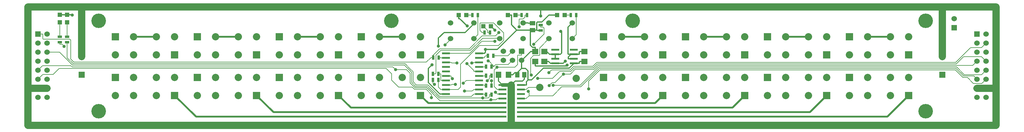
<source format=gtl>
G04 (created by PCBNEW-RS274X (2011-07-08)-stable) date Thu 08 Sep 2011 11:54:33 PM CEST*
G01*
G70*
G90*
%MOIN*%
G04 Gerber Fmt 3.4, Leading zero omitted, Abs format*
%FSLAX34Y34*%
G04 APERTURE LIST*
%ADD10C,0.010000*%
%ADD11R,0.070000X0.070000*%
%ADD12C,0.070000*%
%ADD13R,0.060000X0.060000*%
%ADD14C,0.060000*%
%ADD15R,0.080000X0.080000*%
%ADD16C,0.080000*%
%ADD17R,0.051100X0.059000*%
%ADD18R,0.059000X0.051100*%
%ADD19R,0.070800X0.062900*%
%ADD20R,0.062900X0.070800*%
%ADD21R,0.086600X0.023600*%
%ADD22C,0.160000*%
%ADD23R,0.045000X0.025000*%
%ADD24R,0.025000X0.045000*%
%ADD25R,0.047200X0.047200*%
%ADD26C,0.035000*%
%ADD27C,0.006000*%
%ADD28C,0.020000*%
%ADD29C,0.012000*%
%ADD30C,0.080000*%
%ADD31C,0.040000*%
G04 APERTURE END LIST*
G54D10*
G54D11*
X129300Y-57700D03*
G54D12*
X129300Y-55700D03*
G54D11*
X34800Y-57700D03*
G54D12*
X34800Y-55700D03*
G54D13*
X30000Y-53200D03*
G54D14*
X31000Y-53200D03*
X30000Y-54200D03*
X31000Y-54200D03*
X30000Y-55200D03*
X31000Y-55200D03*
X30000Y-56200D03*
X31000Y-56200D03*
X30000Y-57200D03*
X31000Y-57200D03*
X30000Y-58200D03*
X31000Y-58200D03*
X30000Y-59200D03*
X31000Y-59200D03*
X30000Y-60200D03*
X31000Y-60200D03*
G54D13*
X133100Y-53200D03*
G54D14*
X134100Y-53200D03*
X133100Y-54200D03*
X134100Y-54200D03*
X133100Y-55200D03*
X134100Y-55200D03*
X133100Y-56200D03*
X134100Y-56200D03*
X133100Y-57200D03*
X134100Y-57200D03*
X133100Y-58200D03*
X134100Y-58200D03*
X133100Y-59200D03*
X134100Y-59200D03*
X133100Y-60200D03*
X134100Y-60200D03*
G54D15*
X56500Y-58000D03*
G54D16*
X56500Y-60000D03*
X58500Y-60000D03*
X58500Y-58000D03*
G54D15*
X56500Y-53500D03*
G54D16*
X56500Y-55500D03*
X58500Y-55500D03*
X58500Y-53500D03*
G54D15*
X38500Y-53500D03*
G54D16*
X38500Y-55500D03*
X40500Y-55500D03*
X40500Y-53500D03*
G54D15*
X38500Y-58000D03*
G54D16*
X38500Y-60000D03*
X40500Y-60000D03*
X40500Y-58000D03*
G54D15*
X45000Y-55500D03*
G54D16*
X45000Y-53500D03*
X43000Y-53500D03*
X43000Y-55500D03*
G54D15*
X45000Y-60000D03*
G54D16*
X45000Y-58000D03*
X43000Y-58000D03*
X43000Y-60000D03*
G54D13*
X83100Y-55100D03*
G54D14*
X83100Y-56100D03*
X82100Y-55100D03*
X82100Y-56100D03*
X81100Y-55100D03*
X81100Y-56100D03*
X86100Y-51975D03*
X88650Y-51975D03*
X86100Y-53725D03*
X88650Y-53725D03*
X80700Y-51975D03*
X83250Y-51975D03*
X80700Y-53725D03*
X83250Y-53725D03*
X75300Y-51975D03*
X77850Y-51975D03*
X75300Y-53725D03*
X77850Y-53725D03*
G54D17*
X82626Y-57700D03*
X83374Y-57700D03*
G54D18*
X84300Y-52774D03*
X84300Y-52026D03*
G54D19*
X90000Y-56251D03*
X90000Y-55149D03*
X85600Y-56251D03*
X85600Y-55149D03*
G54D20*
X81651Y-57700D03*
X80549Y-57700D03*
G54D19*
X84600Y-55149D03*
X84600Y-56251D03*
G54D16*
X89100Y-60100D03*
X85100Y-59100D03*
X89100Y-58100D03*
G54D21*
X80977Y-58850D03*
X80977Y-59350D03*
X80977Y-59850D03*
X80977Y-60350D03*
X80977Y-60850D03*
X80977Y-61350D03*
X80977Y-61850D03*
X80977Y-62350D03*
X83023Y-62350D03*
X83023Y-61850D03*
X83023Y-61350D03*
X83023Y-60850D03*
X83023Y-60350D03*
X83023Y-59850D03*
X83023Y-59350D03*
X83023Y-58850D03*
G54D22*
X36650Y-51750D03*
G54D21*
X88823Y-56450D03*
X88823Y-55950D03*
X88823Y-55450D03*
X88823Y-54950D03*
X86777Y-54950D03*
X86777Y-55450D03*
X86777Y-55950D03*
X86777Y-56450D03*
G54D22*
X95300Y-51750D03*
X68800Y-51750D03*
X36650Y-61750D03*
G54D21*
X74789Y-55350D03*
X74789Y-55850D03*
X74789Y-56350D03*
X74789Y-56850D03*
X74789Y-57350D03*
X74789Y-57850D03*
X74789Y-58350D03*
X74789Y-58850D03*
X74789Y-59350D03*
X74789Y-59850D03*
X78411Y-59850D03*
X78411Y-59350D03*
X78411Y-58850D03*
X78411Y-58350D03*
X78411Y-57850D03*
X78411Y-57350D03*
X78411Y-56850D03*
X78411Y-56350D03*
X78411Y-55850D03*
X78411Y-55350D03*
G54D15*
X47500Y-58000D03*
G54D16*
X47500Y-60000D03*
X49500Y-60000D03*
X49500Y-58000D03*
G54D15*
X47500Y-53500D03*
G54D16*
X47500Y-55500D03*
X49500Y-55500D03*
X49500Y-53500D03*
G54D15*
X54000Y-55500D03*
G54D16*
X54000Y-53500D03*
X52000Y-53500D03*
X52000Y-55500D03*
G54D15*
X54000Y-60000D03*
G54D16*
X54000Y-58000D03*
X52000Y-58000D03*
X52000Y-60000D03*
G54D15*
X63000Y-55500D03*
G54D16*
X63000Y-53500D03*
X61000Y-53500D03*
X61000Y-55500D03*
G54D15*
X63000Y-60000D03*
G54D16*
X63000Y-58000D03*
X61000Y-58000D03*
X61000Y-60000D03*
G54D15*
X65500Y-58000D03*
G54D16*
X65500Y-60000D03*
X67500Y-60000D03*
X67500Y-58000D03*
G54D15*
X65500Y-53500D03*
G54D16*
X65500Y-55500D03*
X67500Y-55500D03*
X67500Y-53500D03*
G54D15*
X72000Y-55500D03*
G54D16*
X72000Y-53500D03*
X70000Y-53500D03*
X70000Y-55500D03*
G54D15*
X72000Y-60000D03*
G54D16*
X72000Y-58000D03*
X70000Y-58000D03*
X70000Y-60000D03*
G54D15*
X92100Y-58000D03*
G54D16*
X92100Y-60000D03*
X94100Y-60000D03*
X94100Y-58000D03*
G54D15*
X92100Y-53500D03*
G54D16*
X92100Y-55500D03*
X94100Y-55500D03*
X94100Y-53500D03*
G54D15*
X98600Y-55500D03*
G54D16*
X98600Y-53500D03*
X96600Y-53500D03*
X96600Y-55500D03*
G54D15*
X98600Y-60000D03*
G54D16*
X98600Y-58000D03*
X96600Y-58000D03*
X96600Y-60000D03*
G54D15*
X101100Y-58000D03*
G54D16*
X101100Y-60000D03*
X103100Y-60000D03*
X103100Y-58000D03*
G54D15*
X101100Y-53500D03*
G54D16*
X101100Y-55500D03*
X103100Y-55500D03*
X103100Y-53500D03*
G54D15*
X107600Y-55500D03*
G54D16*
X107600Y-53500D03*
X105600Y-53500D03*
X105600Y-55500D03*
G54D15*
X107600Y-60000D03*
G54D16*
X107600Y-58000D03*
X105600Y-58000D03*
X105600Y-60000D03*
G54D15*
X110100Y-58000D03*
G54D16*
X110100Y-60000D03*
X112100Y-60000D03*
X112100Y-58000D03*
G54D15*
X110100Y-53500D03*
G54D16*
X110100Y-55500D03*
X112100Y-55500D03*
X112100Y-53500D03*
G54D15*
X116600Y-55500D03*
G54D16*
X116600Y-53500D03*
X114600Y-53500D03*
X114600Y-55500D03*
G54D15*
X116600Y-60000D03*
G54D16*
X116600Y-58000D03*
X114600Y-58000D03*
X114600Y-60000D03*
G54D15*
X119100Y-58000D03*
G54D16*
X119100Y-60000D03*
X121100Y-60000D03*
X121100Y-58000D03*
G54D15*
X119100Y-53500D03*
G54D16*
X119100Y-55500D03*
X121100Y-55500D03*
X121100Y-53500D03*
G54D15*
X125600Y-55500D03*
G54D16*
X125600Y-53500D03*
X123600Y-53500D03*
X123600Y-55500D03*
G54D15*
X125600Y-60000D03*
G54D16*
X125600Y-58000D03*
X123600Y-58000D03*
X123600Y-60000D03*
G54D23*
X85200Y-52800D03*
X85200Y-52200D03*
G54D24*
X73400Y-55800D03*
X74000Y-55800D03*
X73349Y-57601D03*
X73949Y-57601D03*
X73341Y-58278D03*
X73941Y-58278D03*
X79800Y-59900D03*
X79200Y-59900D03*
X79800Y-58900D03*
X79200Y-58900D03*
X79800Y-57800D03*
X79200Y-57800D03*
X79800Y-56800D03*
X79200Y-56800D03*
X80000Y-55600D03*
X79400Y-55600D03*
X79030Y-53063D03*
X79630Y-53063D03*
G54D13*
X130600Y-52500D03*
G54D14*
X130600Y-51500D03*
G54D23*
X32400Y-54100D03*
X32400Y-53500D03*
X33200Y-54100D03*
X33200Y-53500D03*
G54D24*
X78300Y-51100D03*
X77700Y-51100D03*
X83700Y-51100D03*
X83100Y-51100D03*
X89100Y-51100D03*
X88500Y-51100D03*
G54D25*
X32400Y-51913D03*
X32400Y-51087D03*
X33200Y-51913D03*
X33200Y-51087D03*
X76187Y-51100D03*
X77013Y-51100D03*
X81587Y-51100D03*
X82413Y-51100D03*
X86987Y-51100D03*
X87813Y-51100D03*
G54D22*
X127450Y-51750D03*
X127450Y-61750D03*
G54D25*
X78894Y-52344D03*
X79720Y-52344D03*
G54D26*
X80211Y-59644D03*
X87696Y-57644D03*
X86113Y-58912D03*
X80373Y-56885D03*
X73200Y-60260D03*
X83822Y-59556D03*
X79314Y-58365D03*
X69245Y-57141D03*
X79725Y-60466D03*
X79422Y-56181D03*
X84844Y-58102D03*
X86569Y-58891D03*
X79779Y-58391D03*
X80145Y-54012D03*
X84425Y-54335D03*
X80586Y-53064D03*
X90461Y-59297D03*
X76704Y-58659D03*
X32870Y-54567D03*
X74689Y-54419D03*
X84141Y-57756D03*
X86077Y-57470D03*
X73526Y-58783D03*
X78813Y-60281D03*
X87900Y-56200D03*
X33771Y-51108D03*
X88102Y-56641D03*
X73963Y-54559D03*
X73250Y-56618D03*
X80166Y-52796D03*
X85200Y-51200D03*
X87400Y-52900D03*
X75502Y-58146D03*
X75815Y-58781D03*
X82836Y-52428D03*
X75987Y-56407D03*
X77622Y-56417D03*
X77096Y-56496D03*
X76820Y-59527D03*
X79135Y-54903D03*
X77122Y-52321D03*
G54D27*
X100880Y-56686D02*
X132614Y-56686D01*
X91055Y-57131D02*
X91500Y-56686D01*
X91500Y-56686D02*
X100880Y-56686D01*
X88956Y-57131D02*
X91000Y-57131D01*
X88443Y-57644D02*
X88956Y-57131D01*
X87696Y-57644D02*
X88443Y-57644D01*
X91000Y-57131D02*
X91055Y-57131D01*
X132614Y-56686D02*
X133100Y-56200D01*
X81600Y-55600D02*
X80000Y-55600D01*
X82100Y-55100D02*
X81600Y-55600D01*
X80411Y-59844D02*
X80211Y-59644D01*
X80411Y-59850D02*
X80411Y-59844D01*
X80977Y-59850D02*
X80411Y-59850D01*
X86442Y-58583D02*
X86113Y-58912D01*
X86757Y-58583D02*
X86442Y-58583D01*
X87696Y-57644D02*
X86757Y-58583D01*
G54D28*
X43000Y-53500D02*
X40500Y-53500D01*
X52000Y-53500D02*
X49500Y-53500D01*
X61000Y-53500D02*
X58500Y-53500D01*
X67500Y-53500D02*
X70000Y-53500D01*
X96600Y-53500D02*
X94100Y-53500D01*
X105600Y-53500D02*
X103100Y-53500D01*
X114600Y-53500D02*
X112100Y-53500D01*
X123600Y-53500D02*
X121100Y-53500D01*
G54D27*
X82354Y-56885D02*
X80373Y-56885D01*
X82667Y-56572D02*
X82354Y-56885D01*
X82667Y-55549D02*
X82667Y-56572D01*
X82683Y-55533D02*
X82667Y-55549D01*
X83100Y-55533D02*
X82683Y-55533D01*
X83100Y-55100D02*
X83100Y-55533D01*
X80088Y-57170D02*
X80373Y-56885D01*
X80088Y-59027D02*
X80088Y-57170D01*
X80411Y-59350D02*
X80088Y-59027D01*
X80977Y-59350D02*
X80411Y-59350D01*
X30520Y-57680D02*
X31640Y-57680D01*
X31640Y-57680D02*
X32317Y-57003D01*
X32317Y-57003D02*
X68223Y-57003D01*
X68223Y-57003D02*
X68820Y-57600D01*
X68820Y-57600D02*
X68820Y-58320D01*
X68820Y-58320D02*
X69585Y-59085D01*
X69585Y-59085D02*
X71095Y-59085D01*
X71095Y-59085D02*
X71332Y-59322D01*
X71332Y-59322D02*
X72622Y-59322D01*
X72622Y-59322D02*
X73200Y-59900D01*
X73200Y-59900D02*
X73200Y-60260D01*
X30000Y-58200D02*
X30520Y-57680D01*
X100500Y-57010D02*
X130780Y-57010D01*
X86521Y-60032D02*
X87500Y-59053D01*
X87500Y-59053D02*
X89593Y-59053D01*
X89593Y-59053D02*
X91636Y-57010D01*
X91636Y-57010D02*
X100500Y-57010D01*
X83907Y-60032D02*
X86521Y-60032D01*
X132762Y-57862D02*
X133100Y-58200D01*
X131632Y-57862D02*
X132762Y-57862D01*
X130780Y-57010D02*
X131632Y-57862D01*
X79542Y-58137D02*
X79314Y-58365D01*
X79542Y-57800D02*
X79542Y-58137D01*
X79800Y-57800D02*
X79542Y-57800D01*
X83822Y-59556D02*
X83907Y-59641D01*
X83589Y-60350D02*
X83023Y-60350D01*
X83907Y-60032D02*
X83589Y-60350D01*
X83907Y-59641D02*
X83907Y-60032D01*
X69245Y-57141D02*
X70461Y-57141D01*
X74123Y-60593D02*
X79598Y-60593D01*
X72690Y-59160D02*
X74123Y-60593D01*
X79598Y-60593D02*
X79725Y-60466D01*
X71400Y-59160D02*
X72690Y-59160D01*
X70860Y-58620D02*
X71400Y-59160D01*
X70860Y-57540D02*
X70860Y-58620D01*
X70461Y-57141D02*
X70860Y-57540D01*
X68800Y-56841D02*
X68945Y-56841D01*
X33760Y-56841D02*
X68800Y-56841D01*
X68945Y-56841D02*
X69245Y-57141D01*
X30000Y-57200D02*
X30500Y-56700D01*
X33740Y-56840D02*
X33760Y-56841D01*
X33741Y-56841D02*
X33740Y-56840D01*
X33600Y-56700D02*
X33741Y-56841D01*
X30500Y-56700D02*
X33600Y-56700D01*
X80295Y-60466D02*
X79725Y-60466D01*
X80977Y-60350D02*
X80411Y-60350D01*
X80411Y-60350D02*
X80295Y-60466D01*
X33741Y-56841D02*
X33760Y-56841D01*
X80058Y-56766D02*
X79473Y-56181D01*
X79473Y-56181D02*
X79422Y-56181D01*
X80250Y-56574D02*
X80058Y-56766D01*
X82100Y-56100D02*
X81626Y-56574D01*
X81626Y-56574D02*
X80250Y-56574D01*
X80058Y-56800D02*
X80058Y-56766D01*
X79800Y-56800D02*
X80058Y-56800D01*
G54D28*
X72850Y-60850D02*
X72000Y-60000D01*
X80977Y-60850D02*
X72850Y-60850D01*
X64350Y-61350D02*
X63000Y-60000D01*
X80977Y-61350D02*
X64350Y-61350D01*
X55850Y-61850D02*
X54000Y-60000D01*
X80977Y-61850D02*
X55850Y-61850D01*
X47350Y-62350D02*
X45000Y-60000D01*
X80977Y-62350D02*
X47350Y-62350D01*
X123250Y-62350D02*
X125600Y-60000D01*
X83023Y-62350D02*
X123250Y-62350D01*
X114750Y-61850D02*
X116600Y-60000D01*
X83023Y-61850D02*
X114750Y-61850D01*
X106250Y-61350D02*
X107600Y-60000D01*
X83023Y-61350D02*
X106250Y-61350D01*
X97750Y-60850D02*
X98600Y-60000D01*
X83023Y-60850D02*
X97750Y-60850D01*
G54D27*
X100880Y-56524D02*
X130808Y-56524D01*
X86473Y-58102D02*
X87240Y-57335D01*
X87240Y-57335D02*
X88499Y-57335D01*
X88499Y-57335D02*
X88878Y-56956D01*
X88878Y-56956D02*
X91000Y-56956D01*
X91000Y-56956D02*
X91432Y-56524D01*
X91432Y-56524D02*
X100880Y-56524D01*
X84844Y-58102D02*
X86473Y-58102D01*
X133600Y-55700D02*
X134100Y-56200D01*
X131632Y-55700D02*
X133600Y-55700D01*
X130808Y-56524D02*
X131632Y-55700D01*
X100660Y-56848D02*
X130848Y-56848D01*
X89525Y-58891D02*
X91568Y-56848D01*
X91568Y-56848D02*
X100660Y-56848D01*
X86569Y-58891D02*
X89525Y-58891D01*
X133600Y-57700D02*
X134100Y-57200D01*
X131700Y-57700D02*
X133600Y-57700D01*
X130848Y-56848D02*
X131700Y-57700D01*
X79800Y-58542D02*
X79800Y-58900D01*
X79779Y-58521D02*
X79800Y-58542D01*
X79779Y-58391D02*
X79779Y-58521D01*
X85559Y-53201D02*
X84425Y-54335D01*
X85559Y-52559D02*
X85559Y-53201D01*
X85458Y-52458D02*
X85559Y-52559D01*
X85200Y-52458D02*
X85458Y-52458D01*
X85200Y-52200D02*
X85200Y-52458D01*
X74789Y-55350D02*
X75355Y-55350D01*
X77373Y-55350D02*
X75355Y-55350D01*
X78711Y-54012D02*
X77373Y-55350D01*
X80145Y-54012D02*
X78711Y-54012D01*
X73336Y-55800D02*
X73336Y-55623D01*
X74104Y-54855D02*
X73336Y-55623D01*
X77339Y-54855D02*
X74104Y-54855D01*
X78772Y-53422D02*
X77339Y-54855D01*
X80228Y-53422D02*
X78772Y-53422D01*
X80586Y-53064D02*
X80228Y-53422D01*
X73142Y-55800D02*
X73336Y-55800D01*
X72627Y-56315D02*
X73142Y-55800D01*
X33912Y-56315D02*
X72627Y-56315D01*
X33584Y-55987D02*
X33912Y-56315D01*
X33584Y-53873D02*
X33584Y-55987D01*
X33477Y-53766D02*
X33584Y-53873D01*
X30566Y-53766D02*
X33477Y-53766D01*
X30513Y-53713D02*
X30566Y-53766D01*
X30513Y-53200D02*
X30513Y-53713D01*
X30000Y-53200D02*
X30513Y-53200D01*
X73336Y-55800D02*
X73400Y-55800D01*
X90461Y-59297D02*
X90461Y-58415D01*
X90461Y-58415D02*
X91704Y-57172D01*
X91704Y-57172D02*
X130712Y-57172D01*
X130712Y-57172D02*
X131564Y-58024D01*
X131564Y-58024D02*
X132044Y-58024D01*
X132044Y-58024D02*
X132688Y-58668D01*
X132688Y-58668D02*
X133632Y-58668D01*
X133632Y-58668D02*
X134100Y-58200D01*
X77013Y-58350D02*
X78411Y-58350D01*
X76704Y-58659D02*
X77013Y-58350D01*
X32661Y-54358D02*
X32870Y-54567D01*
X32400Y-54358D02*
X32661Y-54358D01*
X32400Y-54100D02*
X32400Y-54358D01*
X75300Y-53808D02*
X75300Y-53725D01*
X74689Y-54419D02*
X75300Y-53808D01*
X73349Y-57601D02*
X73607Y-57601D01*
X73690Y-57518D02*
X73607Y-57601D01*
X73690Y-55561D02*
X73690Y-57518D01*
X74221Y-55030D02*
X73690Y-55561D01*
X77463Y-55030D02*
X74221Y-55030D01*
X78812Y-53681D02*
X77463Y-55030D01*
X80656Y-53681D02*
X78812Y-53681D01*
X80700Y-53725D02*
X80656Y-53681D01*
X84088Y-57703D02*
X84141Y-57756D01*
X84088Y-55907D02*
X84088Y-57703D01*
X84398Y-55597D02*
X84088Y-55907D01*
X85009Y-55597D02*
X84398Y-55597D01*
X85088Y-55518D02*
X85009Y-55597D01*
X85088Y-54737D02*
X85088Y-55518D01*
X86100Y-53725D02*
X85088Y-54737D01*
X90932Y-56794D02*
X91364Y-56362D01*
X133600Y-54700D02*
X134100Y-54200D01*
X132402Y-54700D02*
X133600Y-54700D01*
X130740Y-56362D02*
X132402Y-54700D01*
X101000Y-56362D02*
X130740Y-56362D01*
X101000Y-56362D02*
X91364Y-56362D01*
X88809Y-56794D02*
X90932Y-56794D01*
X86077Y-57470D02*
X86374Y-57173D01*
X86374Y-57173D02*
X88430Y-57173D01*
X88430Y-57173D02*
X88809Y-56794D01*
X90920Y-56794D02*
X90920Y-56794D01*
X90932Y-56794D02*
X90920Y-56794D01*
X73488Y-58783D02*
X73526Y-58783D01*
X73341Y-58636D02*
X73488Y-58783D01*
X73341Y-58278D02*
X73341Y-58636D01*
X73941Y-59068D02*
X73941Y-58278D01*
X74223Y-59350D02*
X73941Y-59068D01*
X74789Y-59350D02*
X74223Y-59350D01*
X78524Y-52815D02*
X78772Y-53063D01*
X78524Y-51989D02*
X78524Y-52815D01*
X78540Y-51973D02*
X78524Y-51989D01*
X80009Y-51973D02*
X78540Y-51973D01*
X81133Y-53097D02*
X80009Y-51973D01*
X81133Y-53922D02*
X81133Y-53097D01*
X80563Y-54492D02*
X81133Y-53922D01*
X78461Y-54492D02*
X80563Y-54492D01*
X76391Y-56562D02*
X78461Y-54492D01*
X76391Y-59078D02*
X76391Y-56562D01*
X76119Y-59350D02*
X76391Y-59078D01*
X74789Y-59350D02*
X76119Y-59350D01*
X79030Y-53063D02*
X78772Y-53063D01*
X33792Y-56652D02*
X70212Y-56652D01*
X32360Y-55220D02*
X33792Y-56652D01*
X72860Y-59100D02*
X72820Y-59060D01*
X72820Y-59060D02*
X72760Y-59000D01*
X74041Y-60281D02*
X78813Y-60281D01*
X73070Y-59310D02*
X74041Y-60281D01*
X73070Y-59310D02*
X72860Y-59100D01*
X72758Y-58998D02*
X72760Y-59000D01*
X71468Y-58998D02*
X72758Y-58998D01*
X71022Y-58552D02*
X71468Y-58998D01*
X71022Y-57462D02*
X71022Y-58552D01*
X70212Y-56652D02*
X71022Y-57462D01*
X31000Y-55200D02*
X32340Y-55200D01*
X32340Y-55200D02*
X32360Y-55220D01*
X79419Y-60281D02*
X78813Y-60281D01*
X79800Y-59900D02*
X79542Y-59900D01*
X79542Y-59900D02*
X79542Y-60158D01*
X79542Y-60158D02*
X79419Y-60281D01*
X32340Y-55200D02*
X32360Y-55220D01*
X72100Y-58836D02*
X72826Y-58836D01*
X73065Y-59075D02*
X74091Y-60101D01*
X74091Y-60101D02*
X77594Y-60101D01*
X77594Y-60101D02*
X77845Y-59850D01*
X78411Y-59850D02*
X77845Y-59850D01*
X70279Y-56489D02*
X70860Y-57070D01*
X33200Y-55832D02*
X33200Y-54100D01*
X33200Y-55832D02*
X33857Y-56489D01*
X33857Y-56489D02*
X70220Y-56489D01*
X72100Y-58836D02*
X71536Y-58836D01*
X71184Y-58484D02*
X71536Y-58836D01*
X71184Y-57394D02*
X71184Y-58484D01*
X70860Y-57070D02*
X71184Y-57394D01*
X70220Y-56489D02*
X70279Y-56489D01*
X72826Y-58836D02*
X73065Y-59075D01*
X79027Y-59900D02*
X79200Y-59900D01*
X78977Y-59850D02*
X79027Y-59900D01*
X78411Y-59850D02*
X78977Y-59850D01*
G54D29*
X86250Y-56450D02*
X86777Y-56450D01*
X86051Y-56251D02*
X86250Y-56450D01*
X85600Y-56251D02*
X86051Y-56251D01*
X87650Y-56450D02*
X87900Y-56200D01*
X86777Y-56450D02*
X87650Y-56450D01*
X33750Y-51087D02*
X33200Y-51087D01*
X33750Y-51087D02*
X33771Y-51108D01*
X74789Y-59850D02*
X74113Y-59850D01*
X74113Y-59850D02*
X72860Y-58597D01*
X72860Y-58597D02*
X72860Y-57008D01*
X72860Y-57008D02*
X73250Y-56618D01*
X73963Y-54559D02*
X73963Y-53664D01*
X73963Y-53664D02*
X74580Y-53047D01*
X74580Y-53047D02*
X76893Y-53047D01*
X76893Y-53047D02*
X77850Y-52090D01*
X77850Y-52090D02*
X77850Y-51975D01*
X89483Y-55149D02*
X90000Y-55149D01*
X89419Y-55213D02*
X89483Y-55149D01*
X89419Y-55450D02*
X89419Y-55213D01*
X88823Y-55450D02*
X89419Y-55450D01*
X32400Y-51087D02*
X33200Y-51087D01*
X84600Y-56729D02*
X84600Y-56251D01*
X84628Y-56757D02*
X84600Y-56729D01*
X87986Y-56757D02*
X84628Y-56757D01*
X88102Y-56641D02*
X87986Y-56757D01*
X88227Y-55450D02*
X88525Y-55450D01*
X88181Y-55404D02*
X88227Y-55450D01*
X88181Y-52444D02*
X88181Y-55404D01*
X88650Y-51975D02*
X88181Y-52444D01*
X88227Y-55748D02*
X88525Y-55450D01*
X88227Y-55950D02*
X88227Y-55748D01*
X88823Y-55950D02*
X88227Y-55950D01*
X83791Y-51975D02*
X83250Y-51975D01*
X83842Y-52026D02*
X83791Y-51975D01*
X84300Y-52026D02*
X83842Y-52026D01*
X88823Y-55450D02*
X88525Y-55450D01*
X80166Y-52790D02*
X79720Y-52344D01*
X80166Y-52796D02*
X80166Y-52790D01*
G54D30*
X34800Y-55700D02*
X34800Y-50200D01*
X134100Y-59200D02*
X135200Y-59200D01*
X133100Y-59200D02*
X134100Y-59200D01*
X30000Y-59200D02*
X31000Y-59200D01*
X28900Y-59200D02*
X30000Y-59200D01*
X81950Y-63300D02*
X82000Y-63300D01*
X81950Y-58850D02*
X81950Y-63300D01*
X129200Y-50300D02*
X129300Y-50200D01*
X129200Y-50200D02*
X129200Y-50300D01*
X85200Y-50200D02*
X129200Y-50200D01*
X34800Y-50200D02*
X85200Y-50200D01*
X81950Y-63300D02*
X82000Y-63300D01*
X28900Y-63300D02*
X81950Y-63300D01*
X28900Y-59200D02*
X28900Y-63300D01*
G54D31*
X80977Y-58850D02*
X81950Y-58850D01*
G54D29*
X80549Y-58422D02*
X80977Y-58850D01*
X80549Y-57700D02*
X80549Y-58422D01*
X83374Y-58226D02*
X83374Y-57700D01*
X83200Y-58400D02*
X83374Y-58226D01*
X82400Y-58400D02*
X83200Y-58400D01*
X81950Y-58850D02*
X82400Y-58400D01*
X86150Y-55450D02*
X86777Y-55450D01*
X85849Y-55149D02*
X86150Y-55450D01*
X85600Y-55149D02*
X85849Y-55149D01*
X86777Y-55450D02*
X86777Y-55950D01*
G54D30*
X129300Y-55700D02*
X129300Y-50200D01*
X28900Y-50200D02*
X28900Y-59200D01*
X34800Y-50200D02*
X28900Y-50200D01*
X135200Y-50200D02*
X135200Y-59200D01*
X129300Y-50200D02*
X135200Y-50200D01*
X135200Y-63300D02*
X82000Y-63300D01*
X135200Y-59200D02*
X135200Y-63300D01*
G54D29*
X85200Y-51200D02*
X85200Y-50200D01*
X87500Y-53000D02*
X87400Y-52900D01*
X87500Y-55300D02*
X87500Y-53000D01*
X87350Y-55450D02*
X87500Y-55300D01*
X86777Y-55450D02*
X87350Y-55450D01*
G54D27*
X79372Y-52822D02*
X79372Y-53063D01*
X78894Y-52344D02*
X79372Y-52822D01*
X79630Y-53063D02*
X79372Y-53063D01*
X78300Y-53275D02*
X77850Y-53725D01*
X78300Y-51100D02*
X78300Y-53275D01*
X79027Y-56800D02*
X79200Y-56800D01*
X78977Y-56850D02*
X79027Y-56800D01*
X78411Y-56850D02*
X78977Y-56850D01*
X79142Y-55600D02*
X79400Y-55600D01*
X78977Y-55765D02*
X79142Y-55600D01*
X78977Y-55850D02*
X78977Y-55765D01*
X78411Y-55850D02*
X78977Y-55850D01*
X74173Y-55800D02*
X74000Y-55800D01*
X74223Y-55850D02*
X74173Y-55800D01*
X74789Y-55850D02*
X74223Y-55850D01*
X75355Y-57850D02*
X74789Y-57850D01*
X75355Y-57999D02*
X75355Y-57850D01*
X75502Y-58146D02*
X75355Y-57999D01*
X75424Y-58781D02*
X75815Y-58781D01*
X75355Y-58850D02*
X75424Y-58781D01*
X74789Y-58850D02*
X75355Y-58850D01*
X79027Y-58900D02*
X79200Y-58900D01*
X78977Y-58850D02*
X79027Y-58900D01*
X78411Y-58850D02*
X78977Y-58850D01*
X79027Y-57800D02*
X79200Y-57800D01*
X78977Y-57850D02*
X79027Y-57800D01*
X78411Y-57850D02*
X78977Y-57850D01*
X83589Y-59350D02*
X83023Y-59350D01*
X83839Y-59100D02*
X83589Y-59350D01*
X85100Y-59100D02*
X83839Y-59100D01*
X82413Y-51100D02*
X83100Y-51100D01*
X33200Y-51913D02*
X33200Y-53500D01*
X32400Y-51913D02*
X32400Y-53500D01*
X87813Y-51100D02*
X88500Y-51100D01*
X82817Y-52409D02*
X82836Y-52428D01*
X82817Y-51549D02*
X82817Y-52409D01*
X82832Y-51534D02*
X82817Y-51549D01*
X83266Y-51534D02*
X82832Y-51534D01*
X83442Y-51358D02*
X83266Y-51534D01*
X83442Y-51100D02*
X83442Y-51358D01*
X83700Y-51100D02*
X83442Y-51100D01*
X77013Y-51100D02*
X77700Y-51100D01*
X75412Y-56407D02*
X75987Y-56407D01*
X75355Y-56350D02*
X75412Y-56407D01*
X74789Y-56350D02*
X75355Y-56350D01*
X74207Y-57601D02*
X73949Y-57601D01*
X74207Y-58334D02*
X74207Y-57601D01*
X74223Y-58350D02*
X74207Y-58334D01*
X74789Y-58350D02*
X74223Y-58350D01*
X77778Y-56417D02*
X77622Y-56417D01*
X77845Y-56350D02*
X77778Y-56417D01*
X78411Y-56350D02*
X77845Y-56350D01*
X77845Y-57245D02*
X77096Y-56496D01*
X77845Y-57350D02*
X77845Y-57245D01*
X78411Y-57350D02*
X77845Y-57350D01*
X89100Y-53275D02*
X88650Y-53725D01*
X89100Y-51100D02*
X89100Y-53275D01*
X77668Y-59527D02*
X76820Y-59527D01*
X77845Y-59350D02*
X77668Y-59527D01*
X78411Y-59350D02*
X77845Y-59350D01*
G54D29*
X89419Y-56450D02*
X89121Y-56450D01*
X89419Y-56315D02*
X89419Y-56450D01*
X89483Y-56251D02*
X89419Y-56315D01*
X90000Y-56251D02*
X89483Y-56251D01*
X82626Y-57700D02*
X82626Y-57484D01*
X82344Y-57484D02*
X82626Y-57484D01*
X82128Y-57700D02*
X82344Y-57484D01*
X81651Y-57700D02*
X82128Y-57700D01*
X84758Y-51949D02*
X84758Y-52774D01*
X84819Y-51888D02*
X84758Y-51949D01*
X85314Y-51888D02*
X84819Y-51888D01*
X86102Y-51100D02*
X85314Y-51888D01*
X86987Y-51100D02*
X86102Y-51100D01*
X84812Y-52800D02*
X85200Y-52800D01*
X84786Y-52774D02*
X84812Y-52800D01*
X84758Y-52774D02*
X84786Y-52774D01*
X84300Y-52774D02*
X84758Y-52774D01*
X83619Y-58850D02*
X83023Y-58850D01*
X83619Y-58471D02*
X83619Y-58850D01*
X83806Y-58284D02*
X83619Y-58471D01*
X84178Y-58284D02*
X83806Y-58284D01*
X85482Y-56980D02*
X84178Y-58284D01*
X88314Y-56980D02*
X85482Y-56980D01*
X88844Y-56450D02*
X88314Y-56980D01*
X89121Y-56450D02*
X88844Y-56450D01*
X83529Y-57010D02*
X83100Y-57010D01*
X83794Y-57275D02*
X83529Y-57010D01*
X83794Y-58272D02*
X83794Y-57275D01*
X83806Y-58284D02*
X83794Y-58272D01*
X83100Y-57010D02*
X82626Y-57484D01*
X79007Y-55350D02*
X78411Y-55350D01*
X79135Y-55222D02*
X79007Y-55350D01*
X79135Y-54903D02*
X79135Y-55222D01*
X83100Y-56100D02*
X83100Y-57010D01*
X84083Y-55149D02*
X84600Y-55149D01*
X83132Y-56100D02*
X84083Y-55149D01*
X83100Y-56100D02*
X83132Y-56100D01*
X84300Y-52774D02*
X84071Y-52774D01*
X88823Y-56450D02*
X88844Y-56450D01*
X88844Y-56450D02*
X89121Y-56450D01*
X84600Y-54672D02*
X84600Y-55149D01*
X84567Y-54672D02*
X84600Y-54672D01*
X84566Y-54673D02*
X84567Y-54672D01*
X84285Y-54673D02*
X84566Y-54673D01*
X84071Y-54459D02*
X84285Y-54673D01*
X84071Y-52774D02*
X84071Y-54459D01*
X81986Y-52195D02*
X82560Y-52769D01*
X81986Y-51100D02*
X81986Y-52195D01*
X81587Y-51100D02*
X81986Y-51100D01*
X82565Y-52774D02*
X84071Y-52774D01*
X82560Y-52769D02*
X82565Y-52774D01*
X80426Y-54903D02*
X79135Y-54903D01*
X82560Y-52769D02*
X80426Y-54903D01*
X76187Y-51100D02*
X76187Y-51499D01*
X76300Y-51499D02*
X77122Y-52321D01*
X76187Y-51499D02*
X76300Y-51499D01*
M02*

</source>
